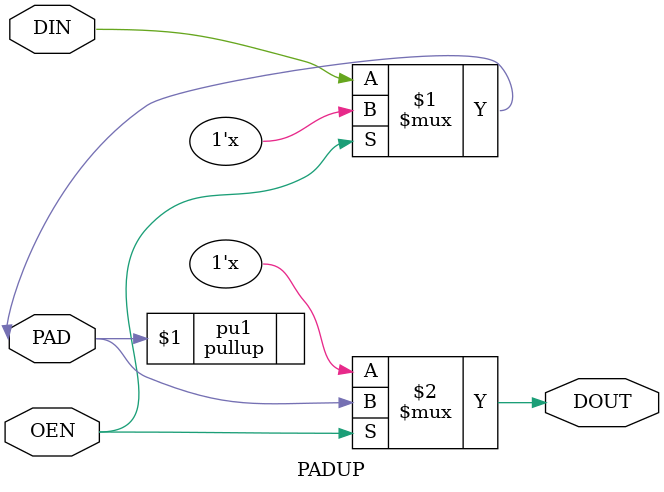
<source format=v>
module PADUP(
    // DIN, pad driver when pad configured as output
    // OEN, pad direction(1-input, 0-output)
    input DIN, OEN,
    inout PAD,
    // pad load when pad configured as input
    output DOUT
);

    // input: not effect pad external input logic, output: DIN->PAD
    bufif0(PAD, DIN, OEN); // 0-output
    bufif1(DOUT, PAD, OEN); // 1-input
    pullup pu1 (PAD);

endmodule

</source>
